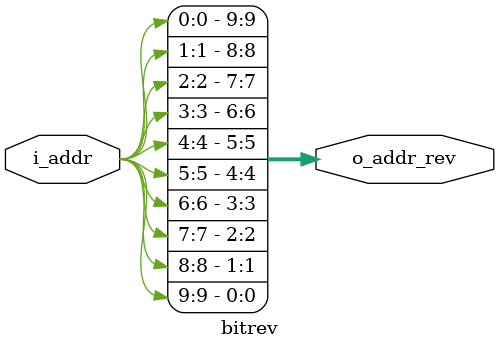
<source format=v>
`timescale 1ns / 1ps


module bitrev(
    input  [9:0] i_addr,
    output [9:0] o_addr_rev
    );
    assign o_addr_rev[9] = i_addr[0];
    assign o_addr_rev[8] = i_addr[1];
    assign o_addr_rev[7] = i_addr[2];
    assign o_addr_rev[6] = i_addr[3];
    assign o_addr_rev[5] = i_addr[4];
    assign o_addr_rev[4] = i_addr[5];
    assign o_addr_rev[3] = i_addr[6];
    assign o_addr_rev[2] = i_addr[7];
    assign o_addr_rev[1] = i_addr[8];
    assign o_addr_rev[0] = i_addr[9];
endmodule

</source>
